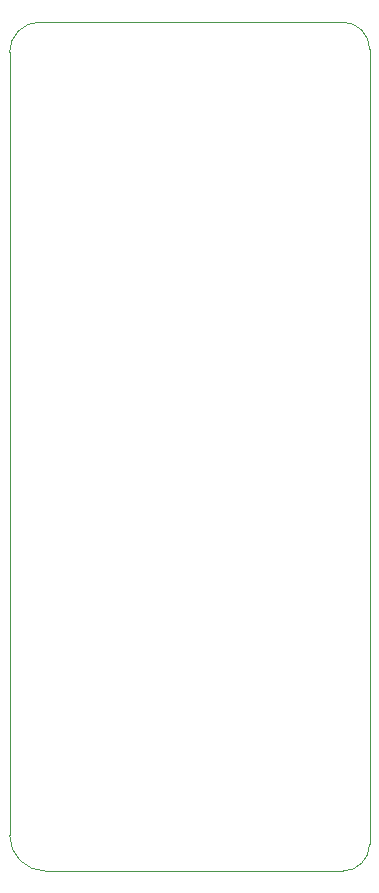
<source format=gbr>
G04 #@! TF.GenerationSoftware,KiCad,Pcbnew,(5.0.0)*
G04 #@! TF.CreationDate,2018-12-19T08:47:06-06:00*
G04 #@! TF.ProjectId,VoltageTransmitter_Hardware,566F6C746167655472616E736D697474,rev?*
G04 #@! TF.SameCoordinates,Original*
G04 #@! TF.FileFunction,Profile,NP*
%FSLAX46Y46*%
G04 Gerber Fmt 4.6, Leading zero omitted, Abs format (unit mm)*
G04 Created by KiCad (PCBNEW (5.0.0)) date 12/19/18 08:47:06*
%MOMM*%
%LPD*%
G01*
G04 APERTURE LIST*
%ADD10C,0.100000*%
G04 APERTURE END LIST*
D10*
X119888000Y-120396000D02*
G75*
G02X116840000Y-117348000I0J3048000D01*
G01*
X147320000Y-118110000D02*
G75*
G02X145034000Y-120396000I-2286000J0D01*
G01*
X116840000Y-51054000D02*
G75*
G02X119380000Y-48514000I2540000J0D01*
G01*
X145034000Y-48514000D02*
G75*
G02X147320000Y-50800000I0J-2286000D01*
G01*
X119888000Y-120396000D02*
X145034000Y-120396000D01*
X116840000Y-51054000D02*
X116840000Y-117348000D01*
X145034000Y-48514000D02*
X119380000Y-48514000D01*
X147320000Y-118110000D02*
X147320000Y-50800000D01*
M02*

</source>
